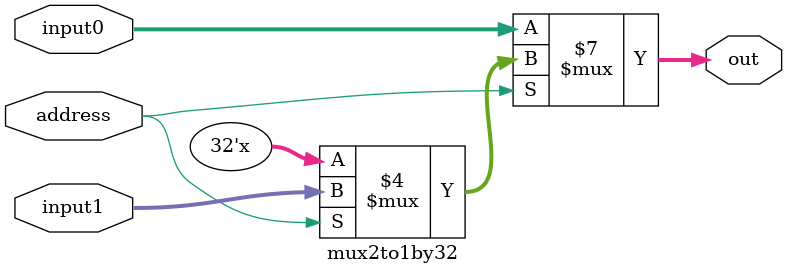
<source format=v>
`ifndef _my_incl_vh_
`define _my_incl_vh_
module mux4to1by32
(
  output reg[31:0]      out,
  input[1:0]  address,
  input[31:0]  input0, input1, input2, input3
);

    always @ ( * ) begin
      if(address==2'd0) begin
        out <= input0; // Connect the output of the array
      end else if (address==2'd1)begin
        out <= input1; // Connect the output of the array
      end else if (address==2'd2)begin
        out <= input2; // Connect the output of the array
      end else if (address==2'd3)begin
        out <= input3; // Connect the output of the array
      end
    end
endmodule

module mux4to1by5
(
  output reg [4:0]      out,
  input[1:0]  address,
  input[4:0]  input0, input1, input2, input3
);


    always @ ( * ) begin
      if(address==2'd0) begin
        out <= input0; // Connect the output of the array
      end else if (address==2'd1)begin
        out <= input1; // Connect the output of the array
      end else if (address==2'd2)begin
        out <= input2; // Connect the output of the array
      end else if (address==2'd3)begin
        out <= input3; // Connect the output of the array
      end
    end

endmodule

// module mux4to1by5
// (
//   output[4:0]      out,
//   input[1:0]  address,
//   input[4:0]  input0, input1, input2, input3
// );
//     wire[3:0] mux[4:0]; // Create a 2D array of wires
//
//     assign mux[0] = input0;
//     assign mux[1] = input1;
//     assign mux[2] = input2;
//     assign mux[3] = input3;
//
//     assign out = mux[address]; // Connect the output of the array
// endmodule

module mux2to1by32
(
  output reg[31:0]      out,
  input  address,
  input[31:0]  input0, input1
);

    always @ ( * ) begin
      if(address==2'd0) begin
        out <= input0; // Connect the output of the array
      end else if (address==2'd1)begin
        out <= input1; // Connect the output of the array
      end
    end
endmodule
`endif

</source>
